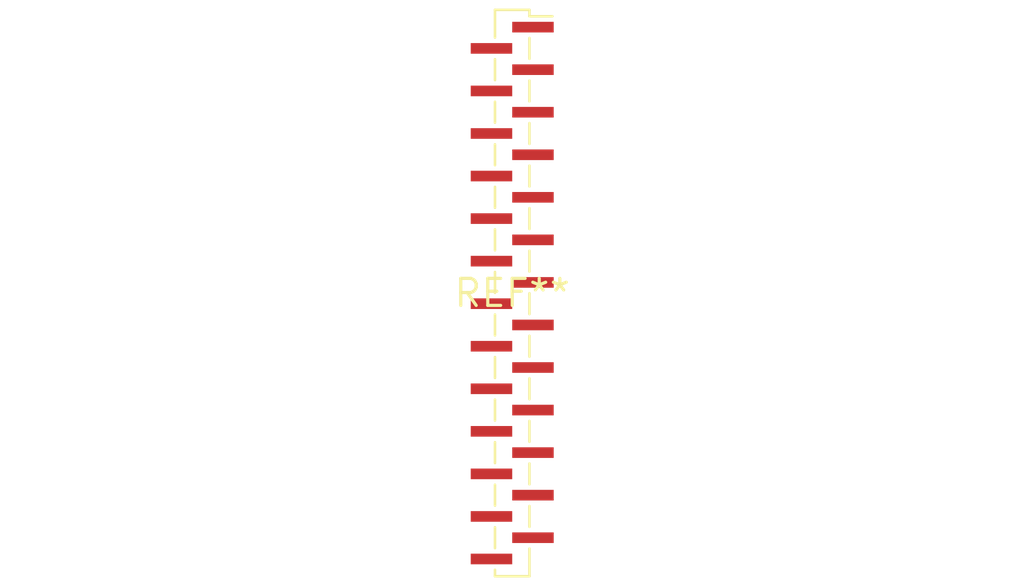
<source format=kicad_pcb>
(kicad_pcb (version 20240108) (generator pcbnew)
  (layers (0 "F.Cu" signal) (31 "B.Cu" signal) (34 "B.Paste" user) (35 "F.Paste" user) (36 "B.SilkS" user "B.Silkscreen") (37 "F.SilkS" user "F.Silkscreen") (38 "B.Mask" user) (39 "F.Mask" user) (44 "Edge.Cuts" user))
  (net 0 "")
  (footprint "PinSocket_1x26_P1.00mm_Vertical_SMD_Pin1Right" (layer "F.Cu") (at 0 0)
    (property "Reference" "REF**")
    (property "Value" "PinSocket_1x26_P1.00mm_Vertical_SMD_Pin1Right")
    (fp_line (start -0.81 -13.31) (end -0.81 -12.01) (layer "F.SilkS") (stroke (width 0.12)))
    (fp_line (start -0.81 -13.31) (end 0.81 -13.31) (layer "F.SilkS") (stroke (width 0.12)))
    (fp_line (start -0.81 -10.99) (end -0.81 -10.01) (layer "F.SilkS") (stroke (width 0.12)))
    (fp_line (start -0.81 -8.99) (end -0.81 -8.01) (layer "F.SilkS") (stroke (width 0.12)))
    (fp_line (start -0.81 -6.99) (end -0.81 -6.01) (layer "F.SilkS") (stroke (width 0.12)))
    (fp_line (start -0.81 -4.99) (end -0.81 -4.01) (layer "F.SilkS") (stroke (width 0.12)))
    (fp_line (start -0.81 -2.99) (end -0.81 -2.01) (layer "F.SilkS") (stroke (width 0.12)))
    (fp_line (start -0.81 -0.99) (end -0.81 -0.01) (layer "F.SilkS") (stroke (width 0.12)))
    (fp_line (start -0.81 1.01) (end -0.81 1.99) (layer "F.SilkS") (stroke (width 0.12)))
    (fp_line (start -0.81 3.01) (end -0.81 3.99) (layer "F.SilkS") (stroke (width 0.12)))
    (fp_line (start -0.81 5.01) (end -0.81 5.99) (layer "F.SilkS") (stroke (width 0.12)))
    (fp_line (start -0.81 7.01) (end -0.81 7.99) (layer "F.SilkS") (stroke (width 0.12)))
    (fp_line (start -0.81 9.01) (end -0.81 9.99) (layer "F.SilkS") (stroke (width 0.12)))
    (fp_line (start -0.81 11.01) (end -0.81 11.99) (layer "F.SilkS") (stroke (width 0.12)))
    (fp_line (start -0.81 13.01) (end -0.81 13.31) (layer "F.SilkS") (stroke (width 0.12)))
    (fp_line (start -0.81 13.31) (end 0.81 13.31) (layer "F.SilkS") (stroke (width 0.12)))
    (fp_line (start 0.81 -13.31) (end 0.81 -13.01) (layer "F.SilkS") (stroke (width 0.12)))
    (fp_line (start 0.81 -13.01) (end 1.89 -13.01) (layer "F.SilkS") (stroke (width 0.12)))
    (fp_line (start 0.81 -11.99) (end 0.81 -11.01) (layer "F.SilkS") (stroke (width 0.12)))
    (fp_line (start 0.81 -9.99) (end 0.81 -9.01) (layer "F.SilkS") (stroke (width 0.12)))
    (fp_line (start 0.81 -7.99) (end 0.81 -7.01) (layer "F.SilkS") (stroke (width 0.12)))
    (fp_line (start 0.81 -5.99) (end 0.81 -5.01) (layer "F.SilkS") (stroke (width 0.12)))
    (fp_line (start 0.81 -3.99) (end 0.81 -3.01) (layer "F.SilkS") (stroke (width 0.12)))
    (fp_line (start 0.81 -1.99) (end 0.81 -1.01) (layer "F.SilkS") (stroke (width 0.12)))
    (fp_line (start 0.81 0.01) (end 0.81 0.99) (layer "F.SilkS") (stroke (width 0.12)))
    (fp_line (start 0.81 2.01) (end 0.81 2.99) (layer "F.SilkS") (stroke (width 0.12)))
    (fp_line (start 0.81 4.01) (end 0.81 4.99) (layer "F.SilkS") (stroke (width 0.12)))
    (fp_line (start 0.81 6.01) (end 0.81 6.99) (layer "F.SilkS") (stroke (width 0.12)))
    (fp_line (start 0.81 8.01) (end 0.81 8.99) (layer "F.SilkS") (stroke (width 0.12)))
    (fp_line (start 0.81 10.01) (end 0.81 10.99) (layer "F.SilkS") (stroke (width 0.12)))
    (fp_line (start 0.81 12.01) (end 0.81 13.31) (layer "F.SilkS") (stroke (width 0.12)))
    (pad "1" smd rect (at 0.975 -12.5) (size 1.95 0.5) (layers "F.Cu" "F.Paste" "F.Mask"))
    (pad "2" smd rect (at -0.975 -11.5) (size 1.95 0.5) (layers "F.Cu" "F.Paste" "F.Mask"))
    (pad "3" smd rect (at 0.975 -10.5) (size 1.95 0.5) (layers "F.Cu" "F.Paste" "F.Mask"))
    (pad "4" smd rect (at -0.975 -9.5) (size 1.95 0.5) (layers "F.Cu" "F.Paste" "F.Mask"))
    (pad "5" smd rect (at 0.975 -8.5) (size 1.95 0.5) (layers "F.Cu" "F.Paste" "F.Mask"))
    (pad "6" smd rect (at -0.975 -7.5) (size 1.95 0.5) (layers "F.Cu" "F.Paste" "F.Mask"))
    (pad "7" smd rect (at 0.975 -6.5) (size 1.95 0.5) (layers "F.Cu" "F.Paste" "F.Mask"))
    (pad "8" smd rect (at -0.975 -5.5) (size 1.95 0.5) (layers "F.Cu" "F.Paste" "F.Mask"))
    (pad "9" smd rect (at 0.975 -4.5) (size 1.95 0.5) (layers "F.Cu" "F.Paste" "F.Mask"))
    (pad "10" smd rect (at -0.975 -3.5) (size 1.95 0.5) (layers "F.Cu" "F.Paste" "F.Mask"))
    (pad "11" smd rect (at 0.975 -2.5) (size 1.95 0.5) (layers "F.Cu" "F.Paste" "F.Mask"))
    (pad "12" smd rect (at -0.975 -1.5) (size 1.95 0.5) (layers "F.Cu" "F.Paste" "F.Mask"))
    (pad "13" smd rect (at 0.975 -0.5) (size 1.95 0.5) (layers "F.Cu" "F.Paste" "F.Mask"))
    (pad "14" smd rect (at -0.975 0.5) (size 1.95 0.5) (layers "F.Cu" "F.Paste" "F.Mask"))
    (pad "15" smd rect (at 0.975 1.5) (size 1.95 0.5) (layers "F.Cu" "F.Paste" "F.Mask"))
    (pad "16" smd rect (at -0.975 2.5) (size 1.95 0.5) (layers "F.Cu" "F.Paste" "F.Mask"))
    (pad "17" smd rect (at 0.975 3.5) (size 1.95 0.5) (layers "F.Cu" "F.Paste" "F.Mask"))
    (pad "18" smd rect (at -0.975 4.5) (size 1.95 0.5) (layers "F.Cu" "F.Paste" "F.Mask"))
    (pad "19" smd rect (at 0.975 5.5) (size 1.95 0.5) (layers "F.Cu" "F.Paste" "F.Mask"))
    (pad "20" smd rect (at -0.975 6.5) (size 1.95 0.5) (layers "F.Cu" "F.Paste" "F.Mask"))
    (pad "21" smd rect (at 0.975 7.5) (size 1.95 0.5) (layers "F.Cu" "F.Paste" "F.Mask"))
    (pad "22" smd rect (at -0.975 8.5) (size 1.95 0.5) (layers "F.Cu" "F.Paste" "F.Mask"))
    (pad "23" smd rect (at 0.975 9.5) (size 1.95 0.5) (layers "F.Cu" "F.Paste" "F.Mask"))
    (pad "24" smd rect (at -0.975 10.5) (size 1.95 0.5) (layers "F.Cu" "F.Paste" "F.Mask"))
    (pad "25" smd rect (at 0.975 11.5) (size 1.95 0.5) (layers "F.Cu" "F.Paste" "F.Mask"))
    (pad "26" smd rect (at -0.975 12.5) (size 1.95 0.5) (layers "F.Cu" "F.Paste" "F.Mask"))
  )
)
</source>
